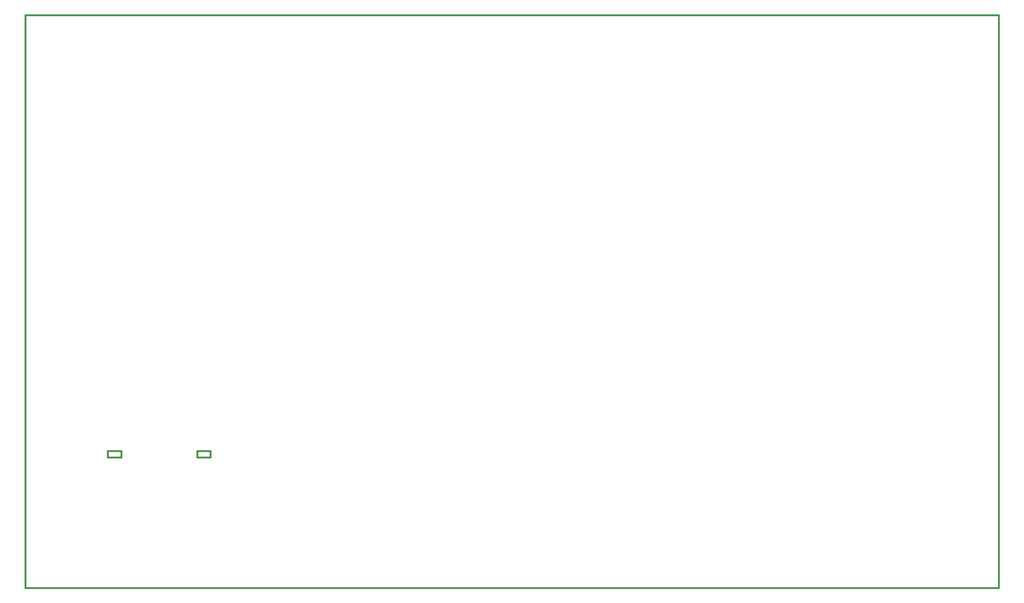
<source format=gko>
%FSLAX33Y33*%
%MOMM*%
%ADD10C,0.381*%
D10*
%LNpath-145*%
G01*
X0Y0D02*
X218200Y0D01*
X218200Y128500*
X0Y128500*
X0Y0*
X18500Y29249D02*
X21500Y29249D01*
X21500Y30749*
X18500Y30749*
X18500Y29249*
X38500Y29249D02*
X41500Y29249D01*
X41500Y30749*
X38500Y30749*
X38500Y29249*
%LNmechanical details_traces*%
M02*
</source>
